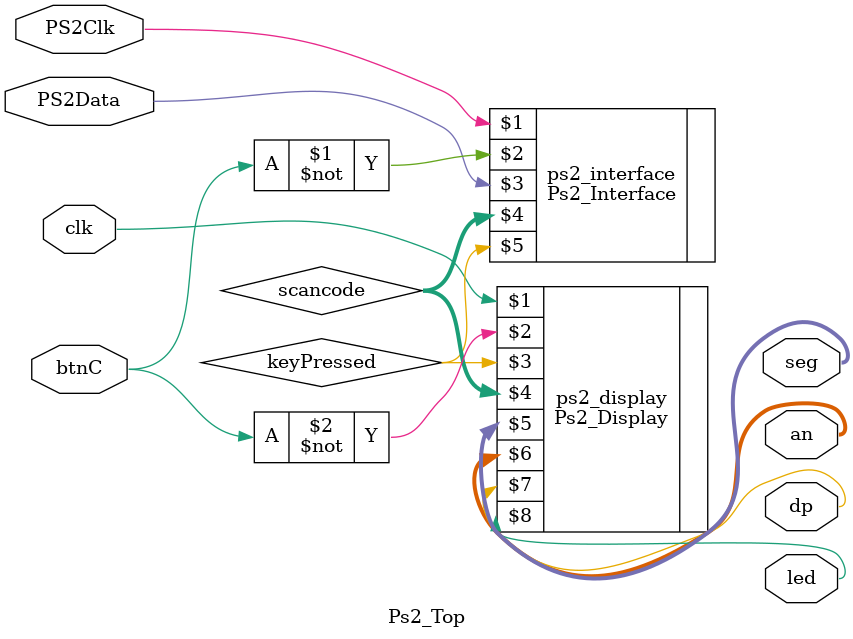
<source format=v>
`timescale 1ns / 1ps

module Ps2_Top(clk, btnC, PS2Clk, PS2Data, seg, an, dp, led);
    input clk,btnC,PS2Clk,PS2Data;
    output wire [6:0] seg;
    output wire [3:0] an;
    output wire dp;
    output wire led;
    wire keyPressed;
    wire [7:0] scancode;

    Ps2_Interface ps2_interface(PS2Clk, ~btnC, PS2Data, scancode, keyPressed);
    Ps2_Display ps2_display(clk, ~btnC, keyPressed, scancode, seg, an, dp, led);

endmodule

</source>
